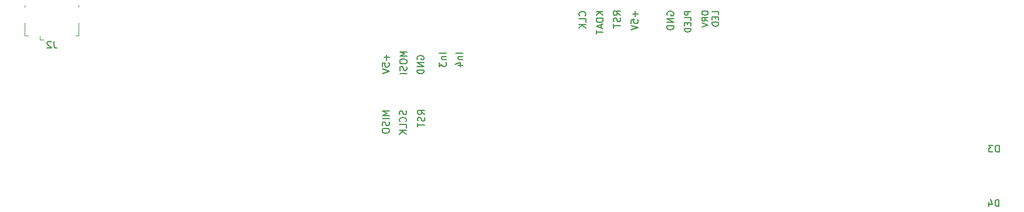
<source format=gbo>
%TF.GenerationSoftware,KiCad,Pcbnew,(5.1.6-0)*%
%TF.CreationDate,2023-03-06T10:11:25+01:00*%
%TF.ProjectId,A500KB,41353030-4b42-42e6-9b69-6361645f7063,3*%
%TF.SameCoordinates,Original*%
%TF.FileFunction,Legend,Bot*%
%TF.FilePolarity,Positive*%
%FSLAX46Y46*%
G04 Gerber Fmt 4.6, Leading zero omitted, Abs format (unit mm)*
G04 Created by KiCad (PCBNEW (5.1.6-0)) date 2023-03-06 10:11:25*
%MOMM*%
%LPD*%
G01*
G04 APERTURE LIST*
%ADD10C,0.150000*%
%ADD11C,0.120000*%
G04 APERTURE END LIST*
D10*
X371190780Y-229466971D02*
X370190780Y-229466971D01*
X370905066Y-229800304D01*
X370190780Y-230133638D01*
X371190780Y-230133638D01*
X370190780Y-230800304D02*
X370190780Y-230990780D01*
X370238400Y-231086019D01*
X370333638Y-231181257D01*
X370524114Y-231228876D01*
X370857447Y-231228876D01*
X371047923Y-231181257D01*
X371143161Y-231086019D01*
X371190780Y-230990780D01*
X371190780Y-230800304D01*
X371143161Y-230705066D01*
X371047923Y-230609828D01*
X370857447Y-230562209D01*
X370524114Y-230562209D01*
X370333638Y-230609828D01*
X370238400Y-230705066D01*
X370190780Y-230800304D01*
X371143161Y-231609828D02*
X371190780Y-231752685D01*
X371190780Y-231990780D01*
X371143161Y-232086019D01*
X371095542Y-232133638D01*
X371000304Y-232181257D01*
X370905066Y-232181257D01*
X370809828Y-232133638D01*
X370762209Y-232086019D01*
X370714590Y-231990780D01*
X370666971Y-231800304D01*
X370619352Y-231705066D01*
X370571733Y-231657447D01*
X370476495Y-231609828D01*
X370381257Y-231609828D01*
X370286019Y-231657447D01*
X370238400Y-231705066D01*
X370190780Y-231800304D01*
X370190780Y-232038400D01*
X370238400Y-232181257D01*
X371190780Y-232609828D02*
X370190780Y-232609828D01*
X368269828Y-229905085D02*
X368269828Y-230666990D01*
X368650780Y-230286038D02*
X367888876Y-230286038D01*
X367650780Y-231619371D02*
X367650780Y-231143180D01*
X368126971Y-231095561D01*
X368079352Y-231143180D01*
X368031733Y-231238419D01*
X368031733Y-231476514D01*
X368079352Y-231571752D01*
X368126971Y-231619371D01*
X368222209Y-231666990D01*
X368460304Y-231666990D01*
X368555542Y-231619371D01*
X368603161Y-231571752D01*
X368650780Y-231476514D01*
X368650780Y-231238419D01*
X368603161Y-231143180D01*
X368555542Y-231095561D01*
X367650780Y-231952704D02*
X368650780Y-232286038D01*
X367650780Y-232619371D01*
X372727600Y-230581295D02*
X372679980Y-230486057D01*
X372679980Y-230343200D01*
X372727600Y-230200342D01*
X372822838Y-230105104D01*
X372918076Y-230057485D01*
X373108552Y-230009866D01*
X373251409Y-230009866D01*
X373441885Y-230057485D01*
X373537123Y-230105104D01*
X373632361Y-230200342D01*
X373679980Y-230343200D01*
X373679980Y-230438438D01*
X373632361Y-230581295D01*
X373584742Y-230628914D01*
X373251409Y-230628914D01*
X373251409Y-230438438D01*
X373679980Y-231057485D02*
X372679980Y-231057485D01*
X373679980Y-231628914D01*
X372679980Y-231628914D01*
X373679980Y-232105104D02*
X372679980Y-232105104D01*
X372679980Y-232343200D01*
X372727600Y-232486057D01*
X372822838Y-232581295D01*
X372918076Y-232628914D01*
X373108552Y-232676533D01*
X373251409Y-232676533D01*
X373441885Y-232628914D01*
X373537123Y-232581295D01*
X373632361Y-232486057D01*
X373679980Y-232343200D01*
X373679980Y-232105104D01*
X373781580Y-238567980D02*
X373305390Y-238234647D01*
X373781580Y-237996552D02*
X372781580Y-237996552D01*
X372781580Y-238377504D01*
X372829200Y-238472742D01*
X372876819Y-238520361D01*
X372972057Y-238567980D01*
X373114914Y-238567980D01*
X373210152Y-238520361D01*
X373257771Y-238472742D01*
X373305390Y-238377504D01*
X373305390Y-237996552D01*
X373733961Y-238948933D02*
X373781580Y-239091790D01*
X373781580Y-239329885D01*
X373733961Y-239425123D01*
X373686342Y-239472742D01*
X373591104Y-239520361D01*
X373495866Y-239520361D01*
X373400628Y-239472742D01*
X373353009Y-239425123D01*
X373305390Y-239329885D01*
X373257771Y-239139409D01*
X373210152Y-239044171D01*
X373162533Y-238996552D01*
X373067295Y-238948933D01*
X372972057Y-238948933D01*
X372876819Y-238996552D01*
X372829200Y-239044171D01*
X372781580Y-239139409D01*
X372781580Y-239377504D01*
X372829200Y-239520361D01*
X372781580Y-239806076D02*
X372781580Y-240377504D01*
X373781580Y-240091790D02*
X372781580Y-240091790D01*
X371092361Y-238034723D02*
X371139980Y-238177580D01*
X371139980Y-238415676D01*
X371092361Y-238510914D01*
X371044742Y-238558533D01*
X370949504Y-238606152D01*
X370854266Y-238606152D01*
X370759028Y-238558533D01*
X370711409Y-238510914D01*
X370663790Y-238415676D01*
X370616171Y-238225200D01*
X370568552Y-238129961D01*
X370520933Y-238082342D01*
X370425695Y-238034723D01*
X370330457Y-238034723D01*
X370235219Y-238082342D01*
X370187600Y-238129961D01*
X370139980Y-238225200D01*
X370139980Y-238463295D01*
X370187600Y-238606152D01*
X371044742Y-239606152D02*
X371092361Y-239558533D01*
X371139980Y-239415676D01*
X371139980Y-239320438D01*
X371092361Y-239177580D01*
X370997123Y-239082342D01*
X370901885Y-239034723D01*
X370711409Y-238987104D01*
X370568552Y-238987104D01*
X370378076Y-239034723D01*
X370282838Y-239082342D01*
X370187600Y-239177580D01*
X370139980Y-239320438D01*
X370139980Y-239415676D01*
X370187600Y-239558533D01*
X370235219Y-239606152D01*
X371139980Y-240510914D02*
X371139980Y-240034723D01*
X370139980Y-240034723D01*
X371139980Y-240844247D02*
X370139980Y-240844247D01*
X371139980Y-241415676D02*
X370568552Y-240987104D01*
X370139980Y-241415676D02*
X370711409Y-240844247D01*
X368650780Y-238052171D02*
X367650780Y-238052171D01*
X368365066Y-238385504D01*
X367650780Y-238718838D01*
X368650780Y-238718838D01*
X368650780Y-239195028D02*
X367650780Y-239195028D01*
X368603161Y-239623600D02*
X368650780Y-239766457D01*
X368650780Y-240004552D01*
X368603161Y-240099790D01*
X368555542Y-240147409D01*
X368460304Y-240195028D01*
X368365066Y-240195028D01*
X368269828Y-240147409D01*
X368222209Y-240099790D01*
X368174590Y-240004552D01*
X368126971Y-239814076D01*
X368079352Y-239718838D01*
X368031733Y-239671219D01*
X367936495Y-239623600D01*
X367841257Y-239623600D01*
X367746019Y-239671219D01*
X367698400Y-239718838D01*
X367650780Y-239814076D01*
X367650780Y-240052171D01*
X367698400Y-240195028D01*
X367650780Y-240814076D02*
X367650780Y-241004552D01*
X367698400Y-241099790D01*
X367793638Y-241195028D01*
X367984114Y-241242647D01*
X368317447Y-241242647D01*
X368507923Y-241195028D01*
X368603161Y-241099790D01*
X368650780Y-241004552D01*
X368650780Y-240814076D01*
X368603161Y-240718838D01*
X368507923Y-240623600D01*
X368317447Y-240575980D01*
X367984114Y-240575980D01*
X367793638Y-240623600D01*
X367698400Y-240718838D01*
X367650780Y-240814076D01*
X414693142Y-223616971D02*
X413793142Y-223616971D01*
X413793142Y-223831257D01*
X413836000Y-223959828D01*
X413921714Y-224045542D01*
X414007428Y-224088400D01*
X414178857Y-224131257D01*
X414307428Y-224131257D01*
X414478857Y-224088400D01*
X414564571Y-224045542D01*
X414650285Y-223959828D01*
X414693142Y-223831257D01*
X414693142Y-223616971D01*
X414693142Y-225031257D02*
X414264571Y-224731257D01*
X414693142Y-224516971D02*
X413793142Y-224516971D01*
X413793142Y-224859828D01*
X413836000Y-224945542D01*
X413878857Y-224988400D01*
X413964571Y-225031257D01*
X414093142Y-225031257D01*
X414178857Y-224988400D01*
X414221714Y-224945542D01*
X414264571Y-224859828D01*
X414264571Y-224516971D01*
X413793142Y-225288400D02*
X414693142Y-225588400D01*
X413793142Y-225888400D01*
X416193142Y-224109828D02*
X416193142Y-223681257D01*
X415293142Y-223681257D01*
X415721714Y-224409828D02*
X415721714Y-224709828D01*
X416193142Y-224838400D02*
X416193142Y-224409828D01*
X415293142Y-224409828D01*
X415293142Y-224838400D01*
X416193142Y-225224114D02*
X415293142Y-225224114D01*
X415293142Y-225438400D01*
X415336000Y-225566971D01*
X415421714Y-225652685D01*
X415507428Y-225695542D01*
X415678857Y-225738400D01*
X415807428Y-225738400D01*
X415978857Y-225695542D01*
X416064571Y-225652685D01*
X416150285Y-225566971D01*
X416193142Y-225438400D01*
X416193142Y-225224114D01*
X412191942Y-223637657D02*
X411291942Y-223637657D01*
X411291942Y-223980514D01*
X411334800Y-224066228D01*
X411377657Y-224109085D01*
X411463371Y-224151942D01*
X411591942Y-224151942D01*
X411677657Y-224109085D01*
X411720514Y-224066228D01*
X411763371Y-223980514D01*
X411763371Y-223637657D01*
X412191942Y-224966228D02*
X412191942Y-224537657D01*
X411291942Y-224537657D01*
X411720514Y-225266228D02*
X411720514Y-225566228D01*
X412191942Y-225694800D02*
X412191942Y-225266228D01*
X411291942Y-225266228D01*
X411291942Y-225694800D01*
X412191942Y-226080514D02*
X411291942Y-226080514D01*
X411291942Y-226294800D01*
X411334800Y-226423371D01*
X411420514Y-226509085D01*
X411506228Y-226551942D01*
X411677657Y-226594800D01*
X411806228Y-226594800D01*
X411977657Y-226551942D01*
X412063371Y-226509085D01*
X412149085Y-226423371D01*
X412191942Y-226294800D01*
X412191942Y-226080514D01*
X408795600Y-224180495D02*
X408747980Y-224085257D01*
X408747980Y-223942400D01*
X408795600Y-223799542D01*
X408890838Y-223704304D01*
X408986076Y-223656685D01*
X409176552Y-223609066D01*
X409319409Y-223609066D01*
X409509885Y-223656685D01*
X409605123Y-223704304D01*
X409700361Y-223799542D01*
X409747980Y-223942400D01*
X409747980Y-224037638D01*
X409700361Y-224180495D01*
X409652742Y-224228114D01*
X409319409Y-224228114D01*
X409319409Y-224037638D01*
X409747980Y-224656685D02*
X408747980Y-224656685D01*
X409747980Y-225228114D01*
X408747980Y-225228114D01*
X409747980Y-225704304D02*
X408747980Y-225704304D01*
X408747980Y-225942400D01*
X408795600Y-226085257D01*
X408890838Y-226180495D01*
X408986076Y-226228114D01*
X409176552Y-226275733D01*
X409319409Y-226275733D01*
X409509885Y-226228114D01*
X409605123Y-226180495D01*
X409700361Y-226085257D01*
X409747980Y-225942400D01*
X409747980Y-225704304D01*
X404185428Y-223605885D02*
X404185428Y-224367790D01*
X404566380Y-223986838D02*
X403804476Y-223986838D01*
X403566380Y-225320171D02*
X403566380Y-224843980D01*
X404042571Y-224796361D01*
X403994952Y-224843980D01*
X403947333Y-224939219D01*
X403947333Y-225177314D01*
X403994952Y-225272552D01*
X404042571Y-225320171D01*
X404137809Y-225367790D01*
X404375904Y-225367790D01*
X404471142Y-225320171D01*
X404518761Y-225272552D01*
X404566380Y-225177314D01*
X404566380Y-224939219D01*
X404518761Y-224843980D01*
X404471142Y-224796361D01*
X403566380Y-225653504D02*
X404566380Y-225986838D01*
X403566380Y-226320171D01*
X402026380Y-224191580D02*
X401550190Y-223858247D01*
X402026380Y-223620152D02*
X401026380Y-223620152D01*
X401026380Y-224001104D01*
X401074000Y-224096342D01*
X401121619Y-224143961D01*
X401216857Y-224191580D01*
X401359714Y-224191580D01*
X401454952Y-224143961D01*
X401502571Y-224096342D01*
X401550190Y-224001104D01*
X401550190Y-223620152D01*
X401978761Y-224572533D02*
X402026380Y-224715390D01*
X402026380Y-224953485D01*
X401978761Y-225048723D01*
X401931142Y-225096342D01*
X401835904Y-225143961D01*
X401740666Y-225143961D01*
X401645428Y-225096342D01*
X401597809Y-225048723D01*
X401550190Y-224953485D01*
X401502571Y-224763009D01*
X401454952Y-224667771D01*
X401407333Y-224620152D01*
X401312095Y-224572533D01*
X401216857Y-224572533D01*
X401121619Y-224620152D01*
X401074000Y-224667771D01*
X401026380Y-224763009D01*
X401026380Y-225001104D01*
X401074000Y-225143961D01*
X401026380Y-225429676D02*
X401026380Y-226001104D01*
X402026380Y-225715390D02*
X401026380Y-225715390D01*
X399537180Y-223624971D02*
X398537180Y-223624971D01*
X399537180Y-224196400D02*
X398965752Y-223767828D01*
X398537180Y-224196400D02*
X399108609Y-223624971D01*
X399537180Y-224624971D02*
X398537180Y-224624971D01*
X398537180Y-224863066D01*
X398584800Y-225005923D01*
X398680038Y-225101161D01*
X398775276Y-225148780D01*
X398965752Y-225196400D01*
X399108609Y-225196400D01*
X399299085Y-225148780D01*
X399394323Y-225101161D01*
X399489561Y-225005923D01*
X399537180Y-224863066D01*
X399537180Y-224624971D01*
X399251466Y-225577352D02*
X399251466Y-226053542D01*
X399537180Y-225482114D02*
X398537180Y-225815447D01*
X399537180Y-226148780D01*
X398537180Y-226339257D02*
X398537180Y-226910685D01*
X399537180Y-226624971D02*
X398537180Y-226624971D01*
X396952742Y-224245561D02*
X397000361Y-224197942D01*
X397047980Y-224055085D01*
X397047980Y-223959847D01*
X397000361Y-223816990D01*
X396905123Y-223721752D01*
X396809885Y-223674133D01*
X396619409Y-223626514D01*
X396476552Y-223626514D01*
X396286076Y-223674133D01*
X396190838Y-223721752D01*
X396095600Y-223816990D01*
X396047980Y-223959847D01*
X396047980Y-224055085D01*
X396095600Y-224197942D01*
X396143219Y-224245561D01*
X397047980Y-225150323D02*
X397047980Y-224674133D01*
X396047980Y-224674133D01*
X397047980Y-225483657D02*
X396047980Y-225483657D01*
X397047980Y-226055085D02*
X396476552Y-225626514D01*
X396047980Y-226055085D02*
X396619409Y-225483657D01*
X379255280Y-229678028D02*
X378255280Y-229678028D01*
X378588614Y-230154219D02*
X379255280Y-230154219D01*
X378683852Y-230154219D02*
X378636233Y-230201838D01*
X378588614Y-230297076D01*
X378588614Y-230439933D01*
X378636233Y-230535171D01*
X378731471Y-230582790D01*
X379255280Y-230582790D01*
X378588614Y-231487552D02*
X379255280Y-231487552D01*
X378207661Y-231249457D02*
X378921947Y-231011361D01*
X378921947Y-231630409D01*
X376877840Y-229705968D02*
X375877840Y-229705968D01*
X376211174Y-230182159D02*
X376877840Y-230182159D01*
X376306412Y-230182159D02*
X376258793Y-230229778D01*
X376211174Y-230325016D01*
X376211174Y-230467873D01*
X376258793Y-230563111D01*
X376354031Y-230610730D01*
X376877840Y-230610730D01*
X375877840Y-230991682D02*
X375877840Y-231610730D01*
X376258793Y-231277397D01*
X376258793Y-231420254D01*
X376306412Y-231515492D01*
X376354031Y-231563111D01*
X376449269Y-231610730D01*
X376687364Y-231610730D01*
X376782602Y-231563111D01*
X376830221Y-231515492D01*
X376877840Y-231420254D01*
X376877840Y-231134540D01*
X376830221Y-231039301D01*
X376782602Y-230991682D01*
D11*
%TO.C,J2*%
X316050000Y-227150000D02*
X316500000Y-227150000D01*
X316050000Y-225300000D02*
X316050000Y-227150000D01*
X323850000Y-222750000D02*
X323850000Y-223000000D01*
X316050000Y-222750000D02*
X316050000Y-223000000D01*
X323850000Y-225300000D02*
X323850000Y-227150000D01*
X323850000Y-227150000D02*
X323400000Y-227150000D01*
X318250000Y-227700000D02*
X318700000Y-227700000D01*
X318250000Y-227700000D02*
X318250000Y-227250000D01*
D10*
X320283333Y-227952380D02*
X320283333Y-228666666D01*
X320330952Y-228809523D01*
X320426190Y-228904761D01*
X320569047Y-228952380D01*
X320664285Y-228952380D01*
X319854761Y-228047619D02*
X319807142Y-228000000D01*
X319711904Y-227952380D01*
X319473809Y-227952380D01*
X319378571Y-228000000D01*
X319330952Y-228047619D01*
X319283333Y-228142857D01*
X319283333Y-228238095D01*
X319330952Y-228380952D01*
X319902380Y-228952380D01*
X319283333Y-228952380D01*
%TO.C,D4*%
X456681495Y-251895780D02*
X456681495Y-250895780D01*
X456443400Y-250895780D01*
X456300542Y-250943400D01*
X456205304Y-251038638D01*
X456157685Y-251133876D01*
X456110066Y-251324352D01*
X456110066Y-251467209D01*
X456157685Y-251657685D01*
X456205304Y-251752923D01*
X456300542Y-251848161D01*
X456443400Y-251895780D01*
X456681495Y-251895780D01*
X455252923Y-251229114D02*
X455252923Y-251895780D01*
X455491019Y-250848161D02*
X455729114Y-251562447D01*
X455110066Y-251562447D01*
%TO.C,D3*%
X456704095Y-244021780D02*
X456704095Y-243021780D01*
X456466000Y-243021780D01*
X456323142Y-243069400D01*
X456227904Y-243164638D01*
X456180285Y-243259876D01*
X456132666Y-243450352D01*
X456132666Y-243593209D01*
X456180285Y-243783685D01*
X456227904Y-243878923D01*
X456323142Y-243974161D01*
X456466000Y-244021780D01*
X456704095Y-244021780D01*
X455799333Y-243021780D02*
X455180285Y-243021780D01*
X455513619Y-243402733D01*
X455370761Y-243402733D01*
X455275523Y-243450352D01*
X455227904Y-243497971D01*
X455180285Y-243593209D01*
X455180285Y-243831304D01*
X455227904Y-243926542D01*
X455275523Y-243974161D01*
X455370761Y-244021780D01*
X455656476Y-244021780D01*
X455751714Y-243974161D01*
X455799333Y-243926542D01*
%TD*%
M02*

</source>
